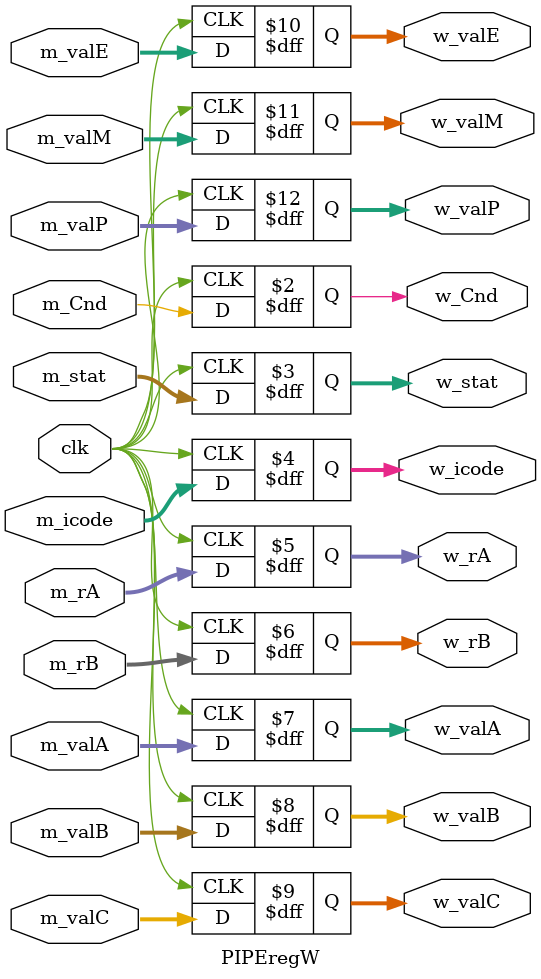
<source format=v>
module PIPEregF(clk, f_valP, f_PC);
    input clk;
    input [63:0] f_valP;
    output reg [63:0] f_PC;

    always @(posedge clk) begin
        f_PC <= f_valP;
    end
endmodule

module PIPEregD(clk, f_stat, f_icode, f_ifun, f_rA, f_rB, f_valC, f_valP, d_stat, d_icode, d_ifun, d_rA, d_rB, d_valC, d_valP);
    input clk;
    input [3:0] f_stat, f_icode, f_ifun, f_rA, f_rB;
    input [63:0] f_valC, f_valP;
    output reg [3:0] d_stat, d_icode, d_ifun, d_rA, d_rB;
    output reg [63:0] d_valC, d_valP;

    always @(posedge clk) begin
        d_stat <= f_stat;
        d_icode <= f_icode;
        d_ifun <= f_ifun;
        d_rA <= f_rA;
        d_rB <= f_rB;
        d_valC <= f_valC;
        d_valP <= f_valP;
    end
endmodule

module PIPEregE(clk, d_stat, d_icode, d_ifun, d_rA, d_rB, d_valA, d_valB, d_valC, d_valP,e_stat, e_icode, e_ifun, e_rA, e_rB, e_valA, e_valB, e_valC, e_valP);
    input clk;
    input [3:0] d_stat, d_icode, d_ifun, d_rA, d_rB;
    input [63:0] d_valA, d_valB, d_valC, d_valP;
    output reg [3:0] e_stat, e_icode, e_ifun, e_rA, e_rB;
    output reg [63:0] e_valA, e_valB, e_valC, e_valP;

    always @(posedge clk) begin
        e_stat <= d_stat;
        e_icode <= d_icode;
        e_ifun <= d_ifun;
        e_rA <= d_rA;
        e_rB <= d_rB;
        e_valA <= d_valA;
        e_valB <= d_valB;
        e_valC <= d_valC;
        e_valP <= d_valP;
    end
endmodule

module PIPEregM(clk, e_stat, e_icode, e_rA, e_rB, e_valA, e_valB, e_valC, e_valE, e_valP,e_Cnd, m_stat, m_icode, m_rA, m_rB, m_valA, m_valB, m_valC, m_valE, m_valP, m_Cnd);
    input clk;
    input e_Cnd;
    input [3:0] e_stat, e_icode, e_rA, e_rB;
    input [63:0] e_valA, e_valB, e_valC, e_valE, e_valP;
    output reg m_Cnd;
    output reg [3:0] m_stat, m_icode, m_rA, m_rB;
    output reg [63:0] m_valA, m_valB, m_valC, m_valE, m_valP;

    always @(posedge clk) begin
        m_Cnd <= e_Cnd;
        m_stat <= e_stat;
        m_icode <= e_icode;
        m_rA <= e_rA;
        m_rB <= e_rB;
        m_valA <= e_valA;
        m_valB <= e_valB;
        m_valC <= e_valC;
        m_valE <= e_valE;
        m_valP <= e_valP;
    end
endmodule

module PIPEregW(clk, m_stat, m_icode, m_rA, m_rB, m_valA, m_valB, m_valC, m_valE, m_valM, m_valP, m_Cnd, w_stat, w_icode, w_rA, w_rB, w_valA, w_valB, w_valC, w_valE, w_valM, w_valP, w_Cnd);
    input clk;
    input m_Cnd;
    input [3:0] m_stat, m_icode, m_rA, m_rB;
    input [63:0] m_valA, m_valB, m_valC, m_valE, m_valM, m_valP;
    output reg w_Cnd;
    output reg [3:0] w_stat, w_icode, w_rA, w_rB;
    output reg [63:0] w_valA, w_valB, w_valC, w_valE, w_valM, w_valP;

    always @(posedge clk) begin
        w_Cnd <= m_Cnd;
        w_stat <= m_stat;
        w_icode <= m_icode;
        w_rA <= m_rA;
        w_rB <= m_rB;
        w_valA <= m_valA;
        w_valB <= m_valB;
        w_valC <= m_valC;
        w_valE <= m_valE;
        w_valM <= m_valM;
        w_valP <= m_valP;
    end
endmodule 
</source>
